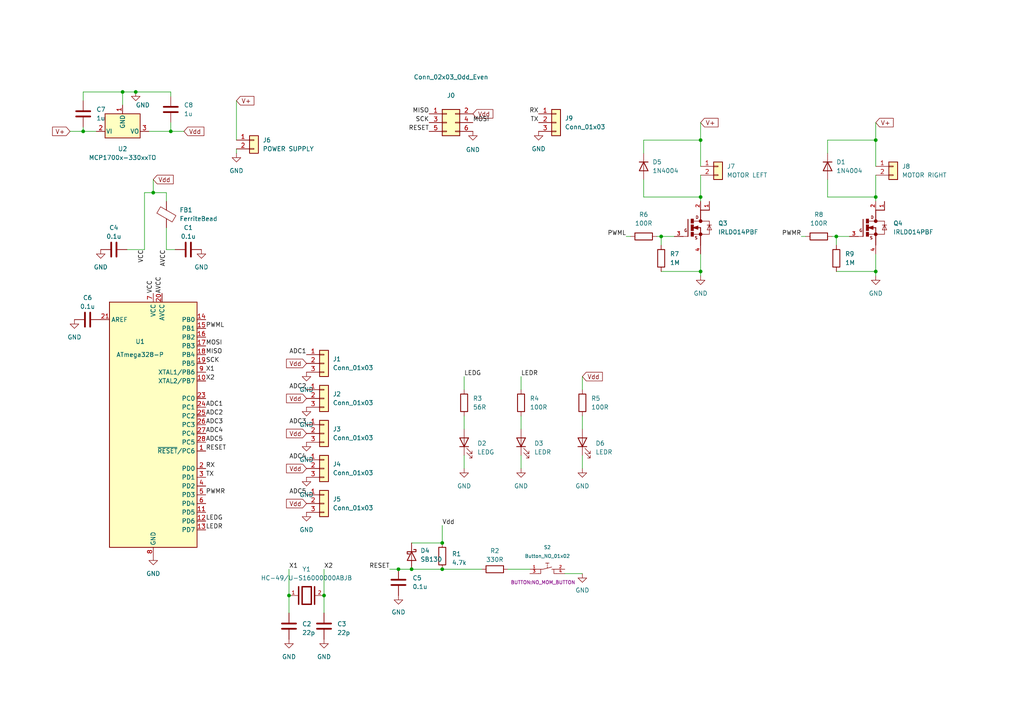
<source format=kicad_sch>
(kicad_sch (version 20230121) (generator eeschema)
  (paper "A4")
  (title_block (title "GROUP 23 LFR MAIN BOARD") (date "2023-09-20") (rev "1.0") (company "UC"))
  (lib_symbols
    (symbol "Connector_Generic:Conn_01x02" (pin_names (offset 1.016) hide)
      (property "Reference" "J" (at 0 2.54 0))
      (property "Value" "Conn_01x02" (at 0 -5.08 0))
      (symbol "Conn_01x02_1_1"
        (rectangle (start -1.27 -2.413) (end 0 -2.667) (stroke (width 0.1524)))
        (rectangle (start -1.27 0.127) (end 0 -0.127) (stroke (width 0.1524)))
        (rectangle (start -1.27 1.27) (end 1.27 -3.81) (stroke (width 0.254)) (fill (type background)))
        (pin passive line (at -5.08 0 0) (length 3.81) (name "Pin_1") (number "1"))
        (pin passive line (at -5.08 -2.54 0) (length 3.81) (name "Pin_2") (number "2"))
      )
    )
    (symbol "Connector_Generic:Conn_01x03" (pin_names (offset 1.016) hide)
      (property "Reference" "J" (at 0 5.08 0))
      (property "Value" "Conn_01x03" (at 0 -5.08 0))
      (symbol "Conn_01x03_1_1"
        (rectangle (start -1.27 -2.413) (end 0 -2.667) (stroke (width 0.1524)))
        (rectangle (start -1.27 0.127) (end 0 -0.127) (stroke (width 0.1524)))
        (rectangle (start -1.27 2.667) (end 0 2.413) (stroke (width 0.1524)))
        (rectangle (start -1.27 3.81) (end 1.27 -3.81) (stroke (width 0.254)) (fill (type background)))
        (pin passive line (at -5.08 2.54 0) (length 3.81) (name "Pin_1") (number "1"))
        (pin passive line (at -5.08 0 0) (length 3.81) (name "Pin_2") (number "2"))
        (pin passive line (at -5.08 -2.54 0) (length 3.81) (name "Pin_3") (number "3"))
      )
    )
    (symbol "Connector_Generic:Conn_02x03_Odd_Even" (pin_names (offset 1.016) hide)
      (property "Reference" "J" (at 1.27 5.08 0))
      (property "Value" "Conn_02x03_Odd_Even" (at 1.27 -5.08 0))
      (symbol "Conn_02x03_Odd_Even_1_1"
        (rectangle (start -1.27 -2.413) (end 0 -2.667) (stroke (width 0.1524)))
        (rectangle (start -1.27 0.127) (end 0 -0.127) (stroke (width 0.1524)))
        (rectangle (start -1.27 2.667) (end 0 2.413) (stroke (width 0.1524)))
        (rectangle (start -1.27 3.81) (end 3.81 -3.81) (stroke (width 0.254)) (fill (type background)))
        (rectangle (start 3.81 -2.413) (end 2.54 -2.667) (stroke (width 0.1524)))
        (rectangle (start 3.81 0.127) (end 2.54 -0.127) (stroke (width 0.1524)))
        (rectangle (start 3.81 2.667) (end 2.54 2.413) (stroke (width 0.1524)))
        (pin passive line (at -5.08 2.54 0) (length 3.81) (name "Pin_1") (number "1"))
        (pin passive line (at 7.62 2.54 180) (length 3.81) (name "Pin_2") (number "2"))
        (pin passive line (at -5.08 0 0) (length 3.81) (name "Pin_3") (number "3"))
        (pin passive line (at 7.62 0 180) (length 3.81) (name "Pin_4") (number "4"))
        (pin passive line (at -5.08 -2.54 0) (length 3.81) (name "Pin_5") (number "5"))
        (pin passive line (at 7.62 -2.54 180) (length 3.81) (name "Pin_6") (number "6"))
      )
    )
    (symbol "Device:C" (pin_numbers hide) (pin_names (offset 0.254))
      (property "Reference" "C" (at 0.635 2.54 0))
      (property "Value" "C" (at 0.635 -2.54 0))
      (symbol "C_0_1"
        (polyline (pts (xy -2.032 -0.762) (xy 2.032 -0.762)) (stroke (width 0.508)))
        (polyline (pts (xy -2.032 0.762) (xy 2.032 0.762)) (stroke (width 0.508)))
      )
      (symbol "C_1_1"
        (pin passive line (at 0 3.81 270) (length 2.794) (name "~") (number "1"))
        (pin passive line (at 0 -3.81 90) (length 2.794) (name "~") (number "2"))
      )
    )
    (symbol "Device:FerriteBead" (pin_numbers hide) (pin_names (offset 0))
      (property "Reference" "FB" (at -3.81 0.635 90))
      (property "Value" "FerriteBead" (at 3.81 0 90))
      (symbol "FerriteBead_0_1"
        (polyline (pts (xy 0 -1.27) (xy 0 -1.2192)))
        (polyline (pts (xy 0 1.27) (xy 0 1.2954)))
        (polyline (pts (xy -2.7686 0.4064) (xy -1.7018 2.2606) (xy 2.7686 -0.3048) (xy 1.6764 -2.159) (xy -2.7686 0.4064)))
      )
      (symbol "FerriteBead_1_1"
        (pin passive line (at 0 3.81 270) (length 2.54) (name "~") (number "1"))
        (pin passive line (at 0 -3.81 90) (length 2.54) (name "~") (number "2"))
      )
    )
    (symbol "Device:LED" (pin_numbers hide) (pin_names (offset 1.016) hide)
      (property "Reference" "D" (at 0 2.54 0))
      (property "Value" "LED" (at 0 -2.54 0))
      (symbol "LED_0_1"
        (polyline (pts (xy -1.27 -1.27) (xy -1.27 1.27)) (stroke (width 0.254)))
        (polyline (pts (xy -1.27 0) (xy 1.27 0)))
        (polyline (pts (xy 1.27 -1.27) (xy 1.27 1.27) (xy -1.27 0) (xy 1.27 -1.27)) (stroke (width 0.254)))
        (polyline (pts (xy -3.048 -0.762) (xy -4.572 -2.286) (xy -3.81 -2.286) (xy -4.572 -2.286) (xy -4.572 -1.524)))
        (polyline (pts (xy -1.778 -0.762) (xy -3.302 -2.286) (xy -2.54 -2.286) (xy -3.302 -2.286) (xy -3.302 -1.524)))
      )
      (symbol "LED_1_1"
        (pin passive line (at -3.81 0 0) (length 2.54) (name "K") (number "1"))
        (pin passive line (at 3.81 0 180) (length 2.54) (name "A") (number "2"))
      )
    )
    (symbol "Device:R" (pin_numbers hide) (pin_names (offset 0))
      (property "Reference" "R" (at 2.032 0 90))
      (property "Value" "R" (at 0 0 90))
      (symbol "R_0_1"
        (rectangle (start -1.016 -2.54) (end 1.016 2.54) (stroke (width 0.254)))
      )
      (symbol "R_1_1"
        (pin passive line (at 0 3.81 270) (length 1.27) (name "~") (number "1"))
        (pin passive line (at 0 -3.81 90) (length 1.27) (name "~") (number "2"))
      )
    )
    (symbol "Diode:1N4004" (pin_numbers hide) (pin_names hide)
      (property "Reference" "D" (at 0 2.54 0))
      (property "Value" "1N4004" (at 0 -2.54 0))
      (symbol "1N4004_0_1"
        (polyline (pts (xy -1.27 1.27) (xy -1.27 -1.27)) (stroke (width 0.254)))
        (polyline (pts (xy 1.27 0) (xy -1.27 0)))
        (polyline (pts (xy 1.27 1.27) (xy 1.27 -1.27) (xy -1.27 0) (xy 1.27 1.27)) (stroke (width 0.254)))
      )
      (symbol "1N4004_1_1"
        (pin passive line (at -3.81 0 0) (length 2.54) (name "K") (number "1"))
        (pin passive line (at 3.81 0 180) (length 2.54) (name "A") (number "2"))
      )
    )
    (symbol "Diode:SB130" (pin_numbers hide) (pin_names (offset 1.016) hide)
      (property "Reference" "D" (at 0 2.54 0))
      (property "Value" "SB130" (at 0 -2.54 0))
      (symbol "SB130_0_1"
        (polyline (pts (xy 1.27 0) (xy -1.27 0)))
        (polyline (pts (xy 1.27 1.27) (xy 1.27 -1.27) (xy -1.27 0) (xy 1.27 1.27)) (stroke (width 0.254)))
        (polyline (pts (xy -1.905 0.635) (xy -1.905 1.27) (xy -1.27 1.27) (xy -1.27 -1.27) (xy -0.635 -1.27) (xy -0.635 -0.635)) (stroke (width 0.254)))
      )
      (symbol "SB130_1_1"
        (pin passive line (at -3.81 0 0) (length 2.54) (name "K") (number "1"))
        (pin passive line (at 3.81 0 180) (length 2.54) (name "A") (number "2"))
      )
    )
    (symbol "HC-49_U-S16000000ABJB:HC-49{slash}U-S16000000ABJB" (pin_names (offset 1.016))
      (property "Reference" "Y" (at -5.0804 5.0804 0))
      (property "Value" "HC-49{slash}U-S16000000ABJB" (at -5.0991 -5.0991 0))
      (symbol "HC-49{slash}U-S16000000ABJB_0_0"
        (polyline (pts (xy -2.286 2.54) (xy -2.286 -2.54)) (stroke (width 0.4064)))
        (polyline (pts (xy -1.27 2.54) (xy -1.27 -2.54)) (stroke (width 0.4064)))
        (polyline (pts (xy -1.27 2.54) (xy 1.397 2.54)) (stroke (width 0.4064)))
        (polyline (pts (xy 1.397 -2.54) (xy -1.27 -2.54)) (stroke (width 0.4064)))
        (polyline (pts (xy 1.397 2.54) (xy 1.397 -2.54)) (stroke (width 0.4064)))
        (polyline (pts (xy 2.3368 2.54) (xy 2.3368 -2.54)) (stroke (width 0.4064)))
        (pin passive line (at -5.08 0 0) (length 2.54) (name "~") (number "1"))
        (pin passive line (at 5.08 0 180) (length 2.54) (name "~") (number "2"))
      )
    )
    (symbol "IRLD014PBF:IRLD014PBF" (pin_names (offset 1.016))
      (property "Reference" "Q" (at 5.087 0 0))
      (property "Value" "IRLD014PBF" (at 5.0812 -2.5406 0))
      (symbol "IRLD014PBF_0_0"
        (rectangle (start -2.7975 1.2716) (end -2.032 2.54) (stroke (width 0.1)) (fill (type outline)))
        (rectangle (start -2.7965 -2.5423) (end -2.032 -1.27) (stroke (width 0.1)) (fill (type outline)))
        (rectangle (start -2.796 -0.8896) (end -2.032 0.889) (stroke (width 0.1)) (fill (type outline)))
        (circle (center 0 -1.905) (radius 0.127) (stroke (width 0.4064)))
        (polyline (pts (xy -3.6576 -2.54) (xy -5.08 -2.54)) (stroke (width 0.1524)))
        (polyline (pts (xy -3.6576 2.413) (xy -3.6576 -2.54)) (stroke (width 0.254)))
        (polyline (pts (xy -2.286 0) (xy -0.762 -0.508)) (stroke (width 0.1524)))
        (polyline (pts (xy -2.032 -1.905) (xy 0 -1.905)) (stroke (width 0.1524)))
        (polyline (pts (xy -2.032 0) (xy -2.286 0)) (stroke (width 0.254)))
        (polyline (pts (xy -2.032 0) (xy -0.889 -0.254)) (stroke (width 0.3048)))
        (polyline (pts (xy -1.905 0) (xy -2.032 0)) (stroke (width 0.254)))
        (polyline (pts (xy -1.143 0.254) (xy -2.032 0)) (stroke (width 0.3048)))
        (polyline (pts (xy -0.889 -0.254) (xy -0.889 0.254)) (stroke (width 0.3048)))
        (polyline (pts (xy -0.889 0.254) (xy -2.286 0)) (stroke (width 0.1524)))
        (polyline (pts (xy -0.889 0.254) (xy -1.905 0)) (stroke (width 0.3048)))
        (polyline (pts (xy -0.762 -0.508) (xy -0.762 0)) (stroke (width 0.1524)))
        (polyline (pts (xy -0.762 0) (xy -1.905 0)) (stroke (width 0.254)))
        (polyline (pts (xy -0.762 0) (xy -0.762 0.508)) (stroke (width 0.1524)))
        (polyline (pts (xy -0.762 0) (xy 0 0)) (stroke (width 0.254)))
        (polyline (pts (xy -0.762 0.508) (xy -2.286 0)) (stroke (width 0.1524)))
        (polyline (pts (xy 0 -5.08) (xy 0 -2.032)) (stroke (width 0.254)))
        (polyline (pts (xy 0 -1.905) (xy 0 -2.032)) (stroke (width 0.1524)))
        (polyline (pts (xy 0 0) (xy 0 -1.778)) (stroke (width 0.254)))
        (polyline (pts (xy 0 1.905) (xy -2.0066 1.905)) (stroke (width 0.1524)))
        (polyline (pts (xy 0 1.905) (xy 2.54 1.905)) (stroke (width 0.1524)))
        (polyline (pts (xy 0 2.032) (xy 0 1.905)) (stroke (width 0.1524)))
        (polyline (pts (xy 0 5.08) (xy 0 2.032)) (stroke (width 0.254)))
        (polyline (pts (xy 0 5.08) (xy 2.54 5.08)) (stroke (width 0.254)))
        (polyline (pts (xy 1.905 -0.635) (xy 3.175 -0.635)) (stroke (width 0.1524)))
        (polyline (pts (xy 1.905 0.762) (xy 2.54 0.762)) (stroke (width 0.1524)))
        (polyline (pts (xy 2.54 -1.905) (xy 0 -1.905)) (stroke (width 0.1524)))
        (polyline (pts (xy 2.54 0.762) (xy 1.905 -0.635)) (stroke (width 0.1524)))
        (polyline (pts (xy 2.54 0.762) (xy 2.54 -1.905)) (stroke (width 0.1524)))
        (polyline (pts (xy 2.54 0.762) (xy 3.175 0.762)) (stroke (width 0.1524)))
        (polyline (pts (xy 2.54 1.905) (xy 2.54 0.762)) (stroke (width 0.1524)))
        (polyline (pts (xy 3.175 -0.635) (xy 2.54 0.762)) (stroke (width 0.1524)))
        (circle (center 0 1.905) (radius 0.127) (stroke (width 0.4064)))
        (text "D" (at -1.524 2.54 0) (effects (font (size 0.8128 0.8128)) (justify left bottom)))
        (text "G" (at -4.8351 -1.2724 0) (effects (font (size 0.8143 0.8143)) (justify left bottom)))
        (text "S" (at -1.7807 -3.4343 0) (effects (font (size 0.8141 0.8141)) (justify left bottom)))
        (pin passive line (at 2.54 7.62 270) (length 2.54) (name "~") (number "1"))
        (pin passive line (at 0 7.62 270) (length 2.54) (name "~") (number "2"))
        (pin passive line (at -7.62 -2.54 0) (length 2.54) (name "~") (number "3"))
        (pin passive line (at 0 -7.62 90) (length 2.54) (name "~") (number "4"))
      )
    )
    (symbol "MCU_Microchip_ATmega:ATmega328-P"
      (property "Reference" "U" (at -12.7 36.83 0))
      (property "Value" "ATmega328-P" (at 2.54 -36.83 0))
      (symbol "ATmega328-P_0_1"
        (rectangle (start -12.7 -35.56) (end 12.7 35.56) (stroke (width 0.254)) (fill (type background)))
      )
      (symbol "ATmega328-P_1_1"
        (pin bidirectional line (at 15.24 -7.62 180) (length 2.54) (name "~{RESET}/PC6") (number "1"))
        (pin bidirectional line (at 15.24 12.7 180) (length 2.54) (name "XTAL2/PB7") (number "10"))
        (pin bidirectional line (at 15.24 -25.4 180) (length 2.54) (name "PD5") (number "11"))
        (pin bidirectional line (at 15.24 -27.94 180) (length 2.54) (name "PD6") (number "12"))
        (pin bidirectional line (at 15.24 -30.48 180) (length 2.54) (name "PD7") (number "13"))
        (pin bidirectional line (at 15.24 30.48 180) (length 2.54) (name "PB0") (number "14"))
        (pin bidirectional line (at 15.24 27.94 180) (length 2.54) (name "PB1") (number "15"))
        (pin bidirectional line (at 15.24 25.4 180) (length 2.54) (name "PB2") (number "16"))
        (pin bidirectional line (at 15.24 22.86 180) (length 2.54) (name "PB3") (number "17"))
        (pin bidirectional line (at 15.24 20.32 180) (length 2.54) (name "PB4") (number "18"))
        (pin bidirectional line (at 15.24 17.78 180) (length 2.54) (name "PB5") (number "19"))
        (pin bidirectional line (at 15.24 -12.7 180) (length 2.54) (name "PD0") (number "2"))
        (pin power_in line (at 2.54 38.1 270) (length 2.54) (name "AVCC") (number "20"))
        (pin passive line (at -15.24 30.48 0) (length 2.54) (name "AREF") (number "21"))
        (pin passive line (at 0 -38.1 90) (length 2.54) hide (name "GND") (number "22"))
        (pin bidirectional line (at 15.24 7.62 180) (length 2.54) (name "PC0") (number "23"))
        (pin bidirectional line (at 15.24 5.08 180) (length 2.54) (name "PC1") (number "24"))
        (pin bidirectional line (at 15.24 2.54 180) (length 2.54) (name "PC2") (number "25"))
        (pin bidirectional line (at 15.24 0 180) (length 2.54) (name "PC3") (number "26"))
        (pin bidirectional line (at 15.24 -2.54 180) (length 2.54) (name "PC4") (number "27"))
        (pin bidirectional line (at 15.24 -5.08 180) (length 2.54) (name "PC5") (number "28"))
        (pin bidirectional line (at 15.24 -15.24 180) (length 2.54) (name "PD1") (number "3"))
        (pin bidirectional line (at 15.24 -17.78 180) (length 2.54) (name "PD2") (number "4"))
        (pin bidirectional line (at 15.24 -20.32 180) (length 2.54) (name "PD3") (number "5"))
        (pin bidirectional line (at 15.24 -22.86 180) (length 2.54) (name "PD4") (number "6"))
        (pin power_in line (at 0 38.1 270) (length 2.54) (name "VCC") (number "7"))
        (pin power_in line (at 0 -38.1 90) (length 2.54) (name "GND") (number "8"))
        (pin bidirectional line (at 15.24 15.24 180) (length 2.54) (name "XTAL1/PB6") (number "9"))
      )
    )
    (symbol "Regulator_Linear:MCP1700x-330xxTO" (pin_names (offset 0.254))
      (property "Reference" "U" (at -3.81 -3.175 0))
      (property "Value" "MCP1700x-330xxTO" (at 0 -3.175 0))
      (symbol "MCP1700x-330xxTO_0_1"
        (rectangle (start -5.08 5.08) (end 5.08 -1.905) (stroke (width 0.254)) (fill (type background)))
      )
      (symbol "MCP1700x-330xxTO_1_1"
        (pin power_in line (at 0 7.62 270) (length 2.54) (name "GND") (number "1"))
        (pin power_in line (at -7.62 0 0) (length 2.54) (name "VI") (number "2"))
        (pin power_out line (at 7.62 0 180) (length 2.54) (name "VO") (number "3"))
      )
    )
    (symbol "button_no_01x02:Button_NO_01x02" (pin_names (offset 1.016) hide)
      (property "Reference" "S" (at 0 3.81 0))
      (property "Value" "Button_NO_01x02" (at 0 -5.08 0))
      (symbol "Button_NO_01x02_0_1"
        (polyline (pts (xy -0.508 1.778) (xy 0.508 1.778)))
        (polyline (pts (xy 0 0.762) (xy 0 0.381)))
        (polyline (pts (xy 0 1.27) (xy 0 1.016)))
        (polyline (pts (xy 0 1.778) (xy 0 1.524)))
        (polyline (pts (xy 1.27 0) (xy 2.54 0)))
        (polyline (pts (xy -2.54 0) (xy -1.27 0) (xy 1.27 0.635)))
        (polyline (pts (xy -1.905 0) (xy -1.905 -1.27) (xy -2.54 -1.27)))
        (polyline (pts (xy 2.54 -1.27) (xy 1.905 -1.27) (xy 1.905 0)))
      )
      (symbol "Button_NO_01x02_1_1"
        (pin passive line (at -5.08 0 0) (length 2.54) (name "1") (number "1"))
        (pin passive line (at 5.08 0 180) (length 2.54) (name "2") (number "2"))
        (pin passive line (at -5.08 -1.27 0) (length 2.54) (name "3") (number "3"))
        (pin passive line (at 5.08 -1.27 180) (length 2.54) (name "4") (number "4"))
      )
    )
    (symbol "power:GND" (power) (pin_names (offset 0))
      (property "Value" "GND" (at 0 -3.81 0))
      (symbol "GND_0_1"
        (polyline (pts (xy 0 0) (xy 0 -1.27) (xy 1.27 -1.27) (xy 0 -2.54) (xy -1.27 -1.27) (xy 0 -1.27)))
      )
      (symbol "GND_1_1"
        (pin power_in line (at 0 0 270) (length 0) hide (name "GND") (number "1"))
      )
    )
  )
  (junction (at 39.37 26.67))
  (junction (at 203.2 78.74))
  (junction (at 24.13 38.1))
  (junction (at 254 40.64))
  (junction (at 44.45 55.88))
  (junction (at 115.57 165.1))
  (junction (at 254 57.15))
  (junction (at 254 78.74))
  (junction (at 119.38 165.1))
  (junction (at 128.27 165.1))
  (junction (at 35.56 26.67))
  (junction (at 93.98 172.72))
  (junction (at 203.2 57.15))
  (junction (at 83.82 172.72))
  (junction (at 128.27 157.48))
  (junction (at 191.77 68.58))
  (junction (at 49.53 38.1))
  (junction (at 203.2 40.64))
  (junction (at 242.57 68.58))
  (wire (pts (xy 93.98 172.72) (xy 93.98 177.8)))
  (wire (pts (xy 191.77 71.12) (xy 191.77 68.58)))
  (wire (pts (xy 49.53 35.56) (xy 49.53 38.1)))
  (wire (pts (xy 191.77 68.58) (xy 190.5 68.58)))
  (wire (pts (xy 242.57 68.58) (xy 246.38 68.58)))
  (wire (pts (xy 233.68 68.58) (xy 232.41 68.58)))
  (wire (pts (xy 49.53 27.94) (xy 49.53 26.67)))
  (wire (pts (xy 254 50.8) (xy 254 57.15)))
  (wire (pts (xy 254 58.42) (xy 254 57.15)))
  (wire (pts (xy 134.62 109.22) (xy 134.62 113.03)))
  (wire (pts (xy 48.26 58.42) (xy 48.26 55.88)))
  (wire (pts (xy 163.83 166.37) (xy 168.91 166.37)))
  (wire (pts (xy 168.91 109.22) (xy 168.91 113.03)))
  (wire (pts (xy 182.88 68.58) (xy 181.61 68.58)))
  (wire (pts (xy 20.32 38.1) (xy 24.13 38.1)))
  (wire (pts (xy 151.13 109.22) (xy 151.13 113.03)))
  (wire (pts (xy 83.82 172.72) (xy 83.82 177.8)))
  (wire (pts (xy 191.77 78.74) (xy 203.2 78.74)))
  (wire (pts (xy 44.45 55.88) (xy 48.26 55.88)))
  (wire (pts (xy 203.2 78.74) (xy 203.2 73.66)))
  (wire (pts (xy 128.27 165.1) (xy 139.7 165.1)))
  (wire (pts (xy 186.69 57.15) (xy 186.69 52.07)))
  (wire (pts (xy 48.26 72.39) (xy 50.8 72.39)))
  (wire (pts (xy 254 35.56) (xy 254 40.64)))
  (wire (pts (xy 134.62 132.08) (xy 134.62 135.89)))
  (wire (pts (xy 254 57.15) (xy 240.03 57.15)))
  (wire (pts (xy 254 80.01) (xy 254 78.74)))
  (wire (pts (xy 240.03 40.64) (xy 254 40.64)))
  (wire (pts (xy 240.03 44.45) (xy 240.03 40.64)))
  (wire (pts (xy 24.13 38.1) (xy 27.94 38.1)))
  (wire (pts (xy 119.38 157.48) (xy 128.27 157.48)))
  (wire (pts (xy 186.69 40.64) (xy 203.2 40.64)))
  (wire (pts (xy 24.13 26.67) (xy 35.56 26.67)))
  (wire (pts (xy 113.03 165.1) (xy 115.57 165.1)))
  (wire (pts (xy 191.77 68.58) (xy 195.58 68.58)))
  (wire (pts (xy 203.2 58.42) (xy 203.2 57.15)))
  (wire (pts (xy 203.2 35.56) (xy 203.2 40.64)))
  (wire (pts (xy 240.03 57.15) (xy 240.03 52.07)))
  (wire (pts (xy 242.57 71.12) (xy 242.57 68.58)))
  (wire (pts (xy 83.82 165.1) (xy 83.82 172.72)))
  (wire (pts (xy 68.58 43.18) (xy 68.58 44.45)))
  (wire (pts (xy 44.45 52.07) (xy 44.45 55.88)))
  (wire (pts (xy 254 40.64) (xy 254 48.26)))
  (wire (pts (xy 35.56 30.48) (xy 35.56 26.67)))
  (wire (pts (xy 134.62 120.65) (xy 134.62 124.46)))
  (wire (pts (xy 41.91 55.88) (xy 44.45 55.88)))
  (wire (pts (xy 68.58 29.21) (xy 68.58 40.64)))
  (wire (pts (xy 49.53 26.67) (xy 39.37 26.67)))
  (wire (pts (xy 147.32 165.1) (xy 153.67 165.1)))
  (wire (pts (xy 24.13 29.21) (xy 24.13 26.67)))
  (wire (pts (xy 48.26 66.04) (xy 48.26 72.39)))
  (wire (pts (xy 93.98 165.1) (xy 93.98 172.72)))
  (wire (pts (xy 186.69 44.45) (xy 186.69 40.64)))
  (wire (pts (xy 36.83 72.39) (xy 41.91 72.39)))
  (wire (pts (xy 203.2 80.01) (xy 203.2 78.74)))
  (wire (pts (xy 41.91 55.88) (xy 41.91 72.39)))
  (wire (pts (xy 49.53 38.1) (xy 53.34 38.1)))
  (wire (pts (xy 24.13 36.83) (xy 24.13 38.1)))
  (wire (pts (xy 35.56 26.67) (xy 39.37 26.67)))
  (wire (pts (xy 242.57 78.74) (xy 254 78.74)))
  (wire (pts (xy 242.57 68.58) (xy 241.3 68.58)))
  (wire (pts (xy 151.13 120.65) (xy 151.13 124.46)))
  (wire (pts (xy 168.91 132.08) (xy 168.91 135.89)))
  (wire (pts (xy 203.2 40.64) (xy 203.2 48.26)))
  (wire (pts (xy 168.91 120.65) (xy 168.91 124.46)))
  (wire (pts (xy 119.38 165.1) (xy 128.27 165.1)))
  (wire (pts (xy 151.13 132.08) (xy 151.13 135.89)))
  (wire (pts (xy 203.2 57.15) (xy 186.69 57.15)))
  (wire (pts (xy 254 78.74) (xy 254 73.66)))
  (wire (pts (xy 115.57 165.1) (xy 119.38 165.1)))
  (wire (pts (xy 128.27 157.48) (xy 128.27 152.4)))
  (wire (pts (xy 203.2 50.8) (xy 203.2 57.15)))
  (wire (pts (xy 43.18 38.1) (xy 49.53 38.1)))
  (label "PWML" (at 59.69 95.25 0))
  (label "SCK" (at 59.69 105.41 0))
  (label "ADC4" (at 59.69 125.73 0))
  (label "X1" (at 59.69 107.95 0))
  (label "X2" (at 59.69 110.49 0))
  (label "SCK" (at 124.46 35.56 180))
  (label "PWML" (at 181.61 68.58 180))
  (label "ADC5" (at 88.9 143.51 180))
  (label "MISO" (at 59.69 102.87 0))
  (label "MOSI" (at 59.69 100.33 0))
  (label "ADC5" (at 59.69 128.27 0))
  (label "VCC" (at 44.45 85.09 90))
  (label "PWMR" (at 232.41 68.58 180))
  (label "ADC2" (at 59.69 120.65 0))
  (label "ADC3" (at 59.69 123.19 0))
  (label "MISO" (at 124.46 33.02 180))
  (label "X1" (at 83.82 165.1 0))
  (label "Vdd" (at 128.27 152.4 0))
  (label "PWMR" (at 59.69 143.51 0))
  (label "TX" (at 156.21 35.56 180))
  (label "ADC4" (at 88.9 133.35 180))
  (label "ADC1" (at 88.9 102.87 180))
  (label "ADC3" (at 88.9 123.19 180))
  (label "RESET" (at 113.03 165.1 180))
  (label "RESET" (at 59.69 130.81 0))
  (label "VCC" (at 41.91 72.39 270))
  (label "ADC1" (at 59.69 118.11 0))
  (label "AVCC" (at 46.99 85.09 90))
  (label "X2" (at 93.98 165.1 0))
  (label "RX" (at 59.69 135.89 0))
  (label "LEDG" (at 134.62 109.22 0))
  (label "AVCC" (at 48.26 72.39 270))
  (label "ADC2" (at 88.9 113.03 180))
  (label "RESET" (at 124.46 38.1 180))
  (label "LEDG" (at 59.69 151.13 0))
  (label "LEDR" (at 59.69 153.67 0))
  (label "LEDR" (at 151.13 109.22 0))
  (label "RX" (at 156.21 33.02 180))
  (label "TX" (at 59.69 138.43 0))
  (label "MOSI" (at 137.16 35.56 0))
  (global_label "Vdd" (shape input) (at 88.9 146.05 180) (property "Intersheetrefs" "${INTERSHEET_REFS}" (effects hide)))
  (global_label "V+" (shape input) (at 20.32 38.1 180) (property "Intersheetrefs" "${INTERSHEET_REFS}" (effects hide)))
  (global_label "Vdd" (shape input) (at 88.9 125.73 180) (property "Intersheetrefs" "${INTERSHEET_REFS}" (effects hide)))
  (global_label "Vdd" (shape input) (at 168.91 109.22 0) (property "Intersheetrefs" "${INTERSHEET_REFS}" (effects hide)))
  (global_label "Vdd" (shape input) (at 88.9 105.41 180) (property "Intersheetrefs" "${INTERSHEET_REFS}" (effects hide)))
  (global_label "V+" (shape input) (at 68.58 29.21 0) (property "Intersheetrefs" "${INTERSHEET_REFS}" (effects hide)))
  (global_label "Vdd" (shape input) (at 88.9 115.57 180) (property "Intersheetrefs" "${INTERSHEET_REFS}" (effects hide)))
  (global_label "Vdd" (shape input) (at 53.34 38.1 0) (property "Intersheetrefs" "${INTERSHEET_REFS}" (effects hide)))
  (global_label "Vdd" (shape input) (at 44.45 52.07 0) (property "Intersheetrefs" "${INTERSHEET_REFS}" (effects hide)))
  (global_label "V+" (shape input) (at 203.2 35.56 0) (property "Intersheetrefs" "${INTERSHEET_REFS}" (effects hide)))
  (global_label "V+" (shape input) (at 254 35.56 0) (property "Intersheetrefs" "${INTERSHEET_REFS}" (effects hide)))
  (global_label "Vdd" (shape input) (at 137.16 33.02 0) (property "Intersheetrefs" "${INTERSHEET_REFS}" (effects hide)))
  (global_label "Vdd" (shape input) (at 88.9 135.89 180) (property "Intersheetrefs" "${INTERSHEET_REFS}" (effects hide)))
  (symbol (lib_id "Connector_Generic:Conn_02x03_Odd_Even") (at 129.54 35.56 0) (unit 1)
    (property "Reference" "J0" (at 130.81 27.686 0))
    (property "Value" "Conn_02x03_Odd_Even" (at 130.81 22.352 0))
    (property "Footprint" "Connector_PinHeader_2.54mm:PinHeader_2x03_P2.54mm_Vertical" (effects hide))
  )
  (symbol (lib_id "Device:R") (at 191.77 74.93 0) (unit 1)
    (property "Reference" "R7" (at 194.31 73.66 0) (effects (justify left)))
    (property "Value" "1M" (at 194.31 76.2 0) (effects (justify left)))
    (property "Footprint" "Resistor_SMD:R_0805_2012Metric_Pad1.20x1.40mm_HandSolder" (effects hide))
  )
  (symbol (lib_id "power:GND") (at 134.62 135.89 0) (unit 1)
    (property "Reference" "#PWR018" (effects hide))
    (property "Value" "GND" (at 134.62 140.97 0))
  )
  (symbol (lib_id "power:GND") (at 254 80.01 0) (unit 1)
    (property "Reference" "#PWR08" (effects hide))
    (property "Value" "GND" (at 254 85.09 0))
  )
  (symbol (lib_id "power:GND") (at 58.42 72.39 0) (unit 1)
    (property "Reference" "#PWR03" (effects hide))
    (property "Value" "GND" (at 58.42 77.47 0))
  )
  (symbol (lib_id "Device:R") (at 128.27 161.29 0) (unit 1)
    (property "Reference" "R1" (at 131.064 160.655 0) (effects (justify left)))
    (property "Value" "4.7k" (at 131.064 163.195 0) (effects (justify left)))
    (property "Footprint" "Resistor_THT:R_Axial_DIN0207_L6.3mm_D2.5mm_P7.62mm_Horizontal" (effects hide))
  )
  (symbol (lib_id "Connector_Generic:Conn_01x03") (at 93.98 125.73 0) (unit 1)
    (property "Reference" "J3" (at 96.52 124.46 0) (effects (justify left)))
    (property "Value" "Conn_01x03" (at 96.52 127 0) (effects (justify left)))
    (property "Footprint" "Connector_PinHeader_2.54mm:PinHeader_1x03_P2.54mm_Vertical" (effects hide))
  )
  (symbol (lib_id "power:GND") (at 88.9 128.27 0) (unit 1)
    (property "Reference" "#PWR017" (effects hide))
    (property "Value" "GND" (at 88.9 133.35 0))
  )
  (symbol (lib_id "Connector_Generic:Conn_01x03") (at 93.98 135.89 0) (unit 1)
    (property "Reference" "J4" (at 96.52 134.62 0) (effects (justify left)))
    (property "Value" "Conn_01x03" (at 96.52 137.16 0) (effects (justify left)))
    (property "Footprint" "Connector_PinHeader_2.54mm:PinHeader_1x03_P2.54mm_Vertical" (effects hide))
  )
  (symbol (lib_id "button_no_01x02:Button_NO_01x02") (at 158.75 165.1 0) (unit 1)
    (property "Reference" "S2" (at 158.75 158.75 0) (effects (font (size 0.9906 0.9906))))
    (property "Value" "Button_NO_01x02" (at 158.75 161.29 0) (effects (font (size 0.9906 0.9906))))
    (property "Footprint" "BUTTON:NO_MOM_BUTTON" (at 157.48 168.91 0) (effects (font (size 0.9906 0.9906))))
  )
  (symbol (lib_id "Diode:SB130") (at 119.38 161.29 270) (unit 1)
    (property "Reference" "D4" (at 121.92 159.7025 90) (effects (justify left)))
    (property "Value" "SB130" (at 121.92 162.2425 90) (effects (justify left)))
    (property "Footprint" "Diode_THT:D_DO-41_SOD81_P10.16mm_Horizontal" (effects hide))
    (property "Datasheet" "http://www.diodes.com/_files/datasheets/ds23022.pdf" (effects hide))
  )
  (symbol (lib_id "Diode:1N4004") (at 186.69 48.26 270) (unit 1)
    (property "Reference" "D5" (at 189.23 46.99 90) (effects (justify left)))
    (property "Value" "1N4004" (at 189.23 49.53 90) (effects (justify left)))
    (property "Footprint" "Diode_THT:D_DO-41_SOD81_P10.16mm_Horizontal" (effects hide))
    (property "Datasheet" "http://www.vishay.com/docs/88503/1n4001.pdf" (effects hide))
    (property "Sim.Device" "D" (effects hide))
    (property "Sim.Pins" "1=K 2=A" (effects hide))
  )
  (symbol (lib_id "Device:LED") (at 168.91 128.27 90) (unit 1)
    (property "Reference" "D6" (at 172.72 128.5875 90) (effects (justify right)))
    (property "Value" "LEDR" (at 172.72 131.1275 90) (effects (justify right)))
    (property "Footprint" "LED_THT:LED_D5.0mm" (effects hide))
  )
  (symbol (lib_id "power:GND") (at 88.9 107.95 0) (unit 1)
    (property "Reference" "#PWR022" (effects hide))
    (property "Value" "GND" (at 88.9 113.03 0))
  )
  (symbol (lib_id "Device:FerriteBead") (at 48.26 62.23 0) (unit 1)
    (property "Reference" "FB1" (at 52.07 60.9092 0) (effects (justify left)))
    (property "Value" "FerriteBead" (at 52.07 63.4492 0) (effects (justify left)))
    (property "Footprint" "Inductor_SMD:L_0603_1608Metric_Pad1.05x0.95mm_HandSolder" (effects hide))
  )
  (symbol (lib_id "Connector_Generic:Conn_01x03") (at 93.98 105.41 0) (unit 1)
    (property "Reference" "J1" (at 96.52 104.14 0) (effects (justify left)))
    (property "Value" "Conn_01x03" (at 96.52 106.68 0) (effects (justify left)))
    (property "Footprint" "Connector_PinHeader_2.54mm:PinHeader_1x03_P2.54mm_Vertical" (effects hide))
  )
  (symbol (lib_id "power:GND") (at 137.16 38.1 0) (unit 1)
    (property "Reference" "#PWR012" (effects hide))
    (property "Value" "GND" (at 137.16 43.434 0))
  )
  (symbol (lib_id "Connector_Generic:Conn_01x02") (at 259.08 48.26 0) (unit 1)
    (property "Reference" "J8" (at 261.62 48.26 0) (effects (justify left)))
    (property "Value" "MOTOR RIGHT" (at 261.62 50.8 0) (effects (justify left)))
    (property "Footprint" "Connector_PinHeader_2.54mm:PinHeader_1x02_P2.54mm_Vertical" (effects hide))
  )
  (symbol (lib_id "Regulator_Linear:MCP1700x-330xxTO") (at 35.56 38.1 0) (unit 1)
    (property "Reference" "U2" (at 35.56 43.18 0))
    (property "Value" "MCP1700x-330xxTO" (at 35.56 45.72 0))
    (property "Footprint" "Package_TO_SOT_THT:TO-92_Inline" (effects hide))
    (property "Datasheet" "http://ww1.microchip.com/downloads/en/DeviceDoc/20001826D.pdf" (effects hide))
  )
  (symbol (lib_id "power:GND") (at 29.21 72.39 0) (unit 1)
    (property "Reference" "#PWR07" (effects hide))
    (property "Value" "GND" (at 29.21 77.47 0))
  )
  (symbol (lib_id "Connector_Generic:Conn_01x03") (at 161.29 35.56 0) (unit 1)
    (property "Reference" "J9" (at 163.83 34.29 0) (effects (justify left)))
    (property "Value" "Conn_01x03" (at 163.83 36.83 0) (effects (justify left)))
    (property "Footprint" "Connector_PinHeader_2.54mm:PinHeader_1x03_P2.54mm_Vertical" (effects hide))
  )
  (symbol (lib_id "Device:C") (at 93.98 181.61 0) (unit 1)
    (property "Reference" "C3" (at 97.79 180.975 0) (effects (justify left)))
    (property "Value" "22p" (at 97.79 183.515 0) (effects (justify left)))
    (property "Footprint" "Capacitor_THT:C_Disc_D7.5mm_W2.5mm_P5.00mm" (effects hide))
  )
  (symbol (lib_id "Connector_Generic:Conn_01x02") (at 73.66 40.64 0) (unit 1)
    (property "Reference" "J6" (at 76.2 40.64 0) (effects (justify left)))
    (property "Value" "POWER SUPPLY" (at 76.2 43.18 0) (effects (justify left)))
    (property "Footprint" "Connector_PinHeader_2.54mm:PinHeader_1x02_P2.54mm_Vertical" (effects hide))
  )
  (symbol (lib_id "Device:C") (at 49.53 31.75 180) (unit 1)
    (property "Reference" "C8" (at 53.34 30.48 0) (effects (justify right)))
    (property "Value" "1u" (at 53.34 33.02 0) (effects (justify right)))
    (property "Footprint" "Capacitor_THT:C_Disc_D7.5mm_W2.5mm_P5.00mm" (effects hide))
  )
  (symbol (lib_id "Device:R") (at 143.51 165.1 90) (unit 1)
    (property "Reference" "R2" (at 143.51 159.766 90))
    (property "Value" "330R" (at 143.51 162.306 90))
    (property "Footprint" "Resistor_THT:R_Axial_DIN0207_L6.3mm_D2.5mm_P7.62mm_Horizontal" (effects hide))
  )
  (symbol (lib_id "Device:R") (at 151.13 116.84 0) (unit 1)
    (property "Reference" "R4" (at 153.67 115.57 0) (effects (justify left)))
    (property "Value" "100R" (at 153.67 118.11 0) (effects (justify left)))
    (property "Footprint" "Resistor_SMD:R_0805_2012Metric_Pad1.20x1.40mm_HandSolder" (effects hide))
  )
  (symbol (lib_id "Device:LED") (at 151.13 128.27 90) (unit 1)
    (property "Reference" "D3" (at 154.94 128.5875 90) (effects (justify right)))
    (property "Value" "LEDR" (at 154.94 131.1275 90) (effects (justify right)))
    (property "Footprint" "LED_THT:LED_D5.0mm" (effects hide))
  )
  (symbol (lib_id "power:GND") (at 88.9 118.11 0) (unit 1)
    (property "Reference" "#PWR021" (effects hide))
    (property "Value" "GND" (at 88.9 123.19 0))
  )
  (symbol (lib_id "power:GND") (at 68.58 44.45 0) (unit 1)
    (property "Reference" "#PWR01" (effects hide))
    (property "Value" "GND" (at 68.58 49.53 0))
  )
  (symbol (lib_id "Device:R") (at 242.57 74.93 0) (unit 1)
    (property "Reference" "R9" (at 245.11 73.66 0) (effects (justify left)))
    (property "Value" "1M" (at 245.11 76.2 0) (effects (justify left)))
    (property "Footprint" "Resistor_SMD:R_0805_2012Metric_Pad1.20x1.40mm_HandSolder" (effects hide))
  )
  (symbol (lib_id "HC-49_U-S16000000ABJB:HC-49{slash}U-S16000000ABJB") (at 88.9 172.72 0) (unit 1)
    (property "Reference" "Y1" (at 88.9 165.1 0))
    (property "Value" "HC-49/U-S16000000ABJB" (at 88.9 167.64 0))
    (property "Footprint" "HC-49_U-S16000000ABJB:XTAL_HC49P488W43L1150T466H350" (effects hide))
    (property "MF" "Citizen Finedevice Co Ltd" (effects hide))
    (property "Description" "\n16 MHz ±30ppm Crystal 18pF 50 Ohms HC-49/US\n" (effects hide))
    (property "Package" "HC-49/US Citizen Finetech Miyota" (effects hide))
    (property "Price" "None" (effects hide))
    (property "Check_prices" "https://www.snapeda.com/parts/HC-49/U-S16000000ABJB/Citizen+Finedevice+Co+Ltd/view-part/?ref=eda" (effects hide))
    (property "STANDARD" "IPC-7351B" (effects hide))
    (property "PARTREV" "1.0" (effects hide))
    (property "SnapEDA_Link" "https://www.snapeda.com/parts/HC-49/U-S16000000ABJB/Citizen+Finedevice+Co+Ltd/view-part/?ref=snap" (effects hide))
    (property "MP" "HC-49/U-S16000000ABJB" (effects hide))
    (property "Purchase-URL" "https://www.snapeda.com/api/url_track_click_mouser/?unipart_id=7413026&manufacturer=Citizen Finedevice Co Ltd&part_name=HC-49/U-S16000000ABJB&search_term=None" (effects hide))
    (property "Availability" "In Stock" (effects hide))
    (property "MANUFACTURER" "CITIZEN" (effects hide))
  )
  (symbol (lib_id "power:GND") (at 115.57 172.72 0) (unit 1)
    (property "Reference" "#PWR011" (effects hide))
    (property "Value" "GND" (at 115.57 177.546 0))
  )
  (symbol (lib_id "power:GND") (at 88.9 138.43 0) (unit 1)
    (property "Reference" "#PWR016" (effects hide))
    (property "Value" "GND" (at 88.9 143.51 0))
  )
  (symbol (lib_id "power:GND") (at 156.21 38.1 0) (unit 1)
    (property "Reference" "#PWR013" (effects hide))
    (property "Value" "GND" (at 156.21 43.18 0))
  )
  (symbol (lib_id "Connector_Generic:Conn_01x03") (at 93.98 115.57 0) (unit 1)
    (property "Reference" "J2" (at 96.52 114.3 0) (effects (justify left)))
    (property "Value" "Conn_01x03" (at 96.52 116.84 0) (effects (justify left)))
    (property "Footprint" "Connector_PinHeader_2.54mm:PinHeader_1x03_P2.54mm_Vertical" (effects hide))
  )
  (symbol (lib_id "power:GND") (at 83.82 185.42 0) (unit 1)
    (property "Reference" "#PWR06" (effects hide))
    (property "Value" "GND" (at 83.82 190.5 0))
  )
  (symbol (lib_id "power:GND") (at 44.45 161.29 0) (unit 1)
    (property "Reference" "#PWR04" (effects hide))
    (property "Value" "GND" (at 44.45 166.37 0))
  )
  (symbol (lib_id "power:GND") (at 39.37 26.67 0) (unit 1)
    (property "Reference" "#PWR02" (effects hide))
    (property "Value" "GND" (at 39.37 30.48 0) (effects (justify left)))
  )
  (symbol (lib_id "power:GND") (at 168.91 166.37 0) (unit 1)
    (property "Reference" "#PWR010" (effects hide))
    (property "Value" "GND" (at 168.91 171.196 0))
  )
  (symbol (lib_id "Device:R") (at 237.49 68.58 90) (unit 1)
    (property "Reference" "R8" (at 237.49 62.23 90))
    (property "Value" "100R" (at 237.49 64.77 90))
    (property "Footprint" "Resistor_SMD:R_0805_2012Metric_Pad1.20x1.40mm_HandSolder" (effects hide))
  )
  (symbol (lib_id "Device:C") (at 115.57 168.91 0) (unit 1)
    (property "Reference" "C5" (at 119.634 167.64 0) (effects (justify left)))
    (property "Value" "0.1u" (at 119.634 170.18 0) (effects (justify left)))
    (property "Footprint" "Capacitor_THT:C_Disc_D7.5mm_W2.5mm_P5.00mm" (effects hide))
  )
  (symbol (lib_id "Device:R") (at 168.91 116.84 0) (unit 1)
    (property "Reference" "R5" (at 171.45 115.57 0) (effects (justify left)))
    (property "Value" "100R" (at 171.45 118.11 0) (effects (justify left)))
    (property "Footprint" "Resistor_SMD:R_0805_2012Metric_Pad1.20x1.40mm_HandSolder" (effects hide))
  )
  (symbol (lib_id "Device:R") (at 134.62 116.84 0) (unit 1)
    (property "Reference" "R3" (at 137.16 115.57 0) (effects (justify left)))
    (property "Value" "56R" (at 137.16 118.11 0) (effects (justify left)))
    (property "Footprint" "Resistor_SMD:R_0805_2012Metric_Pad1.20x1.40mm_HandSolder" (effects hide))
  )
  (symbol (lib_id "power:GND") (at 21.59 92.71 0) (unit 1)
    (property "Reference" "#PWR014" (effects hide))
    (property "Value" "GND" (at 21.59 97.79 0))
  )
  (symbol (lib_id "power:GND") (at 88.9 148.59 0) (unit 1)
    (property "Reference" "#PWR015" (effects hide))
    (property "Value" "GND" (at 88.9 153.67 0))
  )
  (symbol (lib_id "Connector_Generic:Conn_01x02") (at 208.28 48.26 0) (unit 1)
    (property "Reference" "J7" (at 210.82 48.26 0) (effects (justify left)))
    (property "Value" "MOTOR LEFT" (at 210.82 50.8 0) (effects (justify left)))
    (property "Footprint" "Connector_PinHeader_2.54mm:PinHeader_1x02_P2.54mm_Vertical" (effects hide))
  )
  (symbol (lib_id "Device:C") (at 33.02 72.39 90) (unit 1)
    (property "Reference" "C4" (at 33.02 66.04 90))
    (property "Value" "0.1u" (at 33.02 68.58 90))
    (property "Footprint" "Capacitor_THT:C_Disc_D7.5mm_W2.5mm_P5.00mm" (effects hide))
  )
  (symbol (lib_id "Connector_Generic:Conn_01x03") (at 93.98 146.05 0) (unit 1)
    (property "Reference" "J5" (at 96.52 144.78 0) (effects (justify left)))
    (property "Value" "Conn_01x03" (at 96.52 147.32 0) (effects (justify left)))
    (property "Footprint" "Connector_PinHeader_2.54mm:PinHeader_1x03_P2.54mm_Vertical" (effects hide))
  )
  (symbol (lib_id "IRLD014PBF:IRLD014PBF") (at 203.2 66.04 0) (unit 1)
    (property "Reference" "Q3" (at 208.28 64.77 0) (effects (justify left)))
    (property "Value" "IRLD014PBF" (at 208.28 67.31 0) (effects (justify left)))
    (property "Footprint" "IRLD014PBF:DIP762W56P254L490H457Q4P" (effects hide))
    (property "MF" "Vishay Siliconix" (effects hide))
    (property "Description" "\nPower MOSFET,N-Ch,VDSS 60V,RDS(ON) 0.2Ohm,ID 1.7A,HD-1,PD 1.3W,VGS+/-10V,VF 1.6V | Vishay PCS IRLD014PBF\n" (effects hide))
    (property "Package" "DIP-4 International Rectifier" (effects hide))
    (property "Price" "None" (effects hide))
    (property "Check_prices" "https://www.snapeda.com/parts/IRLD014PBF/Vishay+Siliconix/view-part/?ref=eda" (effects hide))
    (property "SnapEDA_Link" "https://www.snapeda.com/parts/IRLD014PBF/Vishay+Siliconix/view-part/?ref=snap" (effects hide))
    (property "MP" "IRLD014PBF" (effects hide))
    (property "Purchase-URL" "https://www.snapeda.com/api/url_track_click_mouser/?unipart_id=608008&manufacturer=Vishay Siliconix&part_name=IRLD014PBF&search_term=None" (effects hide))
    (property "Availability" "In Stock" (effects hide))
    (property "MANUFACTURER" "VISHAY" (effects hide))
  )
  (symbol (lib_id "power:GND") (at 168.91 135.89 0) (unit 1)
    (property "Reference" "#PWR020" (effects hide))
    (property "Value" "GND" (at 168.91 140.97 0))
  )
  (symbol (lib_id "Diode:1N4004") (at 240.03 48.26 270) (unit 1)
    (property "Reference" "D1" (at 242.57 46.99 90) (effects (justify left)))
    (property "Value" "1N4004" (at 242.57 49.53 90) (effects (justify left)))
    (property "Footprint" "Diode_THT:D_DO-41_SOD81_P10.16mm_Horizontal" (effects hide))
    (property "Datasheet" "http://www.vishay.com/docs/88503/1n4001.pdf" (effects hide))
    (property "Sim.Device" "D" (effects hide))
    (property "Sim.Pins" "1=K 2=A" (effects hide))
  )
  (symbol (lib_id "IRLD014PBF:IRLD014PBF") (at 254 66.04 0) (unit 1)
    (property "Reference" "Q4" (at 259.08 64.77 0) (effects (justify left)))
    (property "Value" "IRLD014PBF" (at 259.08 67.31 0) (effects (justify left)))
    (property "Footprint" "IRLD014PBF:DIP762W56P254L490H457Q4P" (effects hide))
    (property "MF" "Vishay Siliconix" (effects hide))
    (property "Description" "\nPower MOSFET,N-Ch,VDSS 60V,RDS(ON) 0.2Ohm,ID 1.7A,HD-1,PD 1.3W,VGS+/-10V,VF 1.6V | Vishay PCS IRLD014PBF\n" (effects hide))
    (property "Package" "DIP-4 International Rectifier" (effects hide))
    (property "Price" "None" (effects hide))
    (property "Check_prices" "https://www.snapeda.com/parts/IRLD014PBF/Vishay+Siliconix/view-part/?ref=eda" (effects hide))
    (property "SnapEDA_Link" "https://www.snapeda.com/parts/IRLD014PBF/Vishay+Siliconix/view-part/?ref=snap" (effects hide))
    (property "MP" "IRLD014PBF" (effects hide))
    (property "Purchase-URL" "https://www.snapeda.com/api/url_track_click_mouser/?unipart_id=608008&manufacturer=Vishay Siliconix&part_name=IRLD014PBF&search_term=None" (effects hide))
    (property "Availability" "In Stock" (effects hide))
    (property "MANUFACTURER" "VISHAY" (effects hide))
  )
  (symbol (lib_id "MCU_Microchip_ATmega:ATmega328-P") (at 44.45 123.19 0) (unit 1)
    (property "Reference" "U1" (at 40.64 99.06 0))
    (property "Value" "ATmega328-P" (at 40.64 102.87 0))
    (property "Footprint" "Package_DIP:DIP-28_W7.62mm" (effects hide))
    (property "Datasheet" "http://ww1.microchip.com/downloads/en/DeviceDoc/ATmega328_P%20AVR%20MCU%20with%20picoPower%20Technology%20Data%20Sheet%2040001984A.pdf" (effects hide))
  )
  (symbol (lib_id "Device:C") (at 24.13 33.02 180) (unit 1)
    (property "Reference" "C7" (at 27.94 31.75 0) (effects (justify right)))
    (property "Value" "1u" (at 27.94 34.29 0) (effects (justify right)))
    (property "Footprint" "Capacitor_THT:C_Disc_D7.5mm_W2.5mm_P5.00mm" (effects hide))
  )
  (symbol (lib_id "power:GND") (at 151.13 135.89 0) (unit 1)
    (property "Reference" "#PWR019" (effects hide))
    (property "Value" "GND" (at 151.13 140.97 0))
  )
  (symbol (lib_id "power:GND") (at 93.98 185.42 0) (unit 1)
    (property "Reference" "#PWR05" (effects hide))
    (property "Value" "GND" (at 93.98 190.5 0))
  )
  (symbol (lib_id "Device:C") (at 54.61 72.39 90) (unit 1)
    (property "Reference" "C1" (at 54.61 66.04 90))
    (property "Value" "0.1u" (at 54.61 68.58 90))
    (property "Footprint" "Capacitor_THT:C_Disc_D7.5mm_W2.5mm_P5.00mm" (effects hide))
  )
  (symbol (lib_id "Device:C") (at 25.4 92.71 90) (unit 1)
    (property "Reference" "C6" (at 25.4 86.36 90))
    (property "Value" "0.1u" (at 25.4 88.9 90))
    (property "Footprint" "Capacitor_THT:C_Disc_D7.5mm_W2.5mm_P5.00mm" (effects hide))
  )
  (symbol (lib_id "Device:LED") (at 134.62 128.27 90) (unit 1)
    (property "Reference" "D2" (at 138.43 128.5875 90) (effects (justify right)))
    (property "Value" "LEDG" (at 138.43 131.1275 90) (effects (justify right)))
    (property "Footprint" "LED_THT:LED_D5.0mm" (effects hide))
  )
  (symbol (lib_id "power:GND") (at 203.2 80.01 0) (unit 1)
    (property "Reference" "#PWR09" (effects hide))
    (property "Value" "GND" (at 203.2 85.09 0))
  )
  (symbol (lib_id "Device:R") (at 186.69 68.58 90) (unit 1)
    (property "Reference" "R6" (at 186.69 62.23 90))
    (property "Value" "100R" (at 186.69 64.77 90))
    (property "Footprint" "Resistor_SMD:R_0805_2012Metric_Pad1.20x1.40mm_HandSolder" (effects hide))
  )
  (symbol (lib_id "Device:C") (at 83.82 181.61 0) (unit 1)
    (property "Reference" "C2" (at 87.63 180.975 0) (effects (justify left)))
    (property "Value" "22p" (at 87.63 183.515 0) (effects (justify left)))
    (property "Footprint" "Capacitor_THT:C_Disc_D7.5mm_W2.5mm_P5.00mm" (effects hide))
  )
)
</source>
